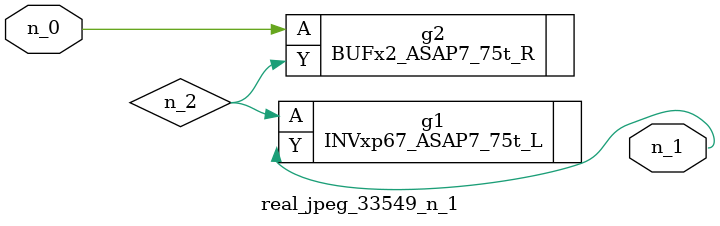
<source format=v>
module real_jpeg_33549_n_1 (n_0, n_1);

input n_0;

output n_1;

wire n_2;

BUFx2_ASAP7_75t_R g2 ( 
.A(n_0),
.Y(n_2)
);

INVxp67_ASAP7_75t_L g1 ( 
.A(n_2),
.Y(n_1)
);


endmodule
</source>
